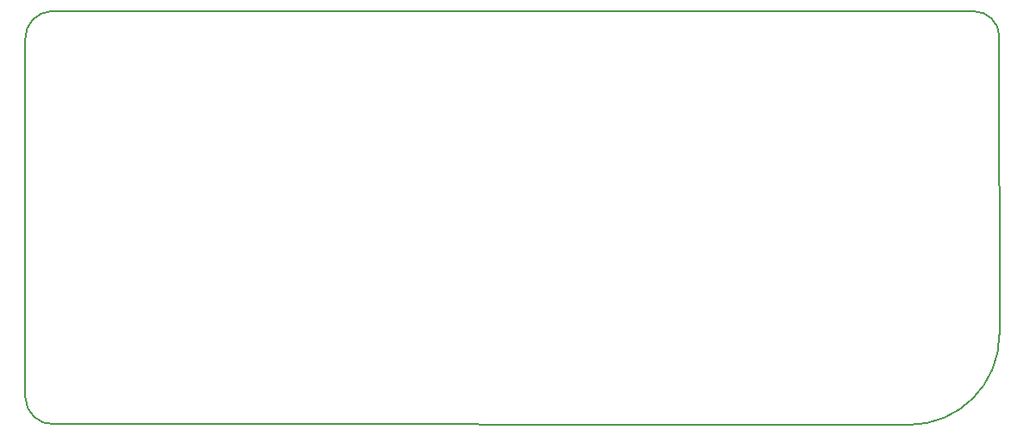
<source format=gm1>
G04 #@! TF.GenerationSoftware,KiCad,Pcbnew,(5.1.10-1-10_14)*
G04 #@! TF.CreationDate,2021-10-28T16:09:57+08:00*
G04 #@! TF.ProjectId,macro3,6d616372-6f33-42e6-9b69-6361645f7063,0.1*
G04 #@! TF.SameCoordinates,Original*
G04 #@! TF.FileFunction,Profile,NP*
%FSLAX46Y46*%
G04 Gerber Fmt 4.6, Leading zero omitted, Abs format (unit mm)*
G04 Created by KiCad (PCBNEW (5.1.10-1-10_14)) date 2021-10-28 16:09:57*
%MOMM*%
%LPD*%
G01*
G04 APERTURE LIST*
G04 #@! TA.AperFunction,Profile*
%ADD10C,0.150000*%
G04 #@! TD*
G04 APERTURE END LIST*
D10*
X121670043Y-60323438D02*
G75*
G02*
X124200000Y-62800000I31493J-2498361D01*
G01*
X31499454Y-100892623D02*
G75*
G02*
X28600000Y-98200000I-199454J2692623D01*
G01*
X28592884Y-63099932D02*
G75*
G02*
X31200000Y-60300000I2699739J99932D01*
G01*
X124210000Y-92070000D02*
G75*
G02*
X115320000Y-100960000I-8890000J0D01*
G01*
X115320000Y-100960000D02*
X31499454Y-100892623D01*
X28600000Y-98200000D02*
X28592884Y-63099932D01*
X121670000Y-60320000D02*
X31200000Y-60300000D01*
X124200000Y-62800000D02*
X124210000Y-92070000D01*
M02*

</source>
